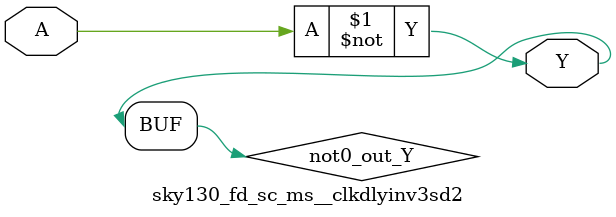
<source format=v>
/*
 * Copyright 2020 The SkyWater PDK Authors
 *
 * Licensed under the Apache License, Version 2.0 (the "License");
 * you may not use this file except in compliance with the License.
 * You may obtain a copy of the License at
 *
 *     https://www.apache.org/licenses/LICENSE-2.0
 *
 * Unless required by applicable law or agreed to in writing, software
 * distributed under the License is distributed on an "AS IS" BASIS,
 * WITHOUT WARRANTIES OR CONDITIONS OF ANY KIND, either express or implied.
 * See the License for the specific language governing permissions and
 * limitations under the License.
 *
 * SPDX-License-Identifier: Apache-2.0
*/


`ifndef SKY130_FD_SC_MS__CLKDLYINV3SD2_FUNCTIONAL_V
`define SKY130_FD_SC_MS__CLKDLYINV3SD2_FUNCTIONAL_V

/**
 * clkdlyinv3sd2: Clock Delay Inverter 3-stage 0.25um length inner
 *                stage gate.
 *
 * Verilog simulation functional model.
 */

`timescale 1ns / 1ps
`default_nettype none

`celldefine
module sky130_fd_sc_ms__clkdlyinv3sd2 (
    Y,
    A
);

    // Module ports
    output Y;
    input  A;

    // Local signals
    wire not0_out_Y;

    //  Name  Output      Other arguments
    not not0 (not0_out_Y, A              );
    buf buf0 (Y         , not0_out_Y     );

endmodule
`endcelldefine

`default_nettype wire
`endif  // SKY130_FD_SC_MS__CLKDLYINV3SD2_FUNCTIONAL_V
</source>
